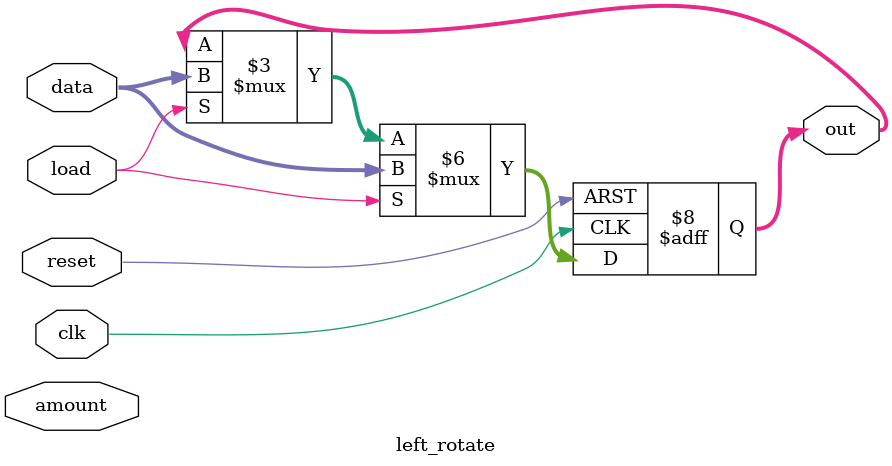
<source format=v>
module left_rotate(clk,reset,amount,data,load,out);
input clk,reset;
input [2:0] amount;
input [7:0] data;
input load;
output reg [7:0] out;
// when load is high, load data to out
// rotate the register out followed by shift left by amount bits

// to synchronize next_sload
always@(posedge clk or negedge reset)
begin
    if(!reset)
    begin
        out <= 8'b00000001;
    end
    else
    begin
        if(load)
	    out <= data;
        else if (load)	
	    out <= {1'b0,data};
    end
end
endmodule

</source>
